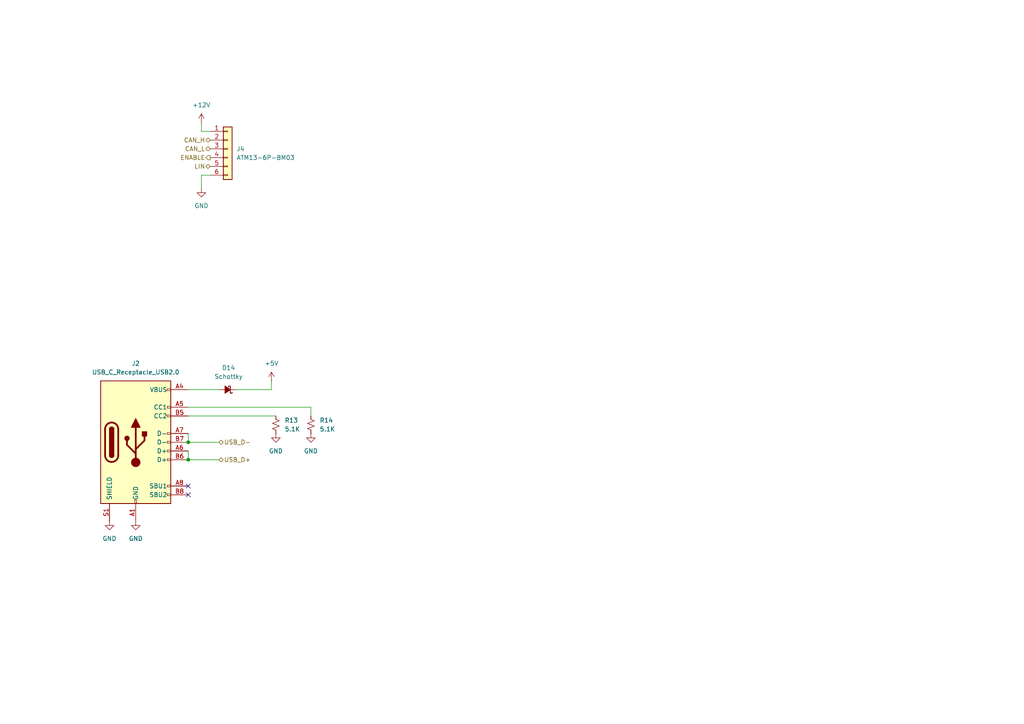
<source format=kicad_sch>
(kicad_sch (version 20250114) (generator "eeschema") (generator_version "9.0")
  (paper "A4")
  (title_block (title "LINBoard") (date "2025-07-11") (rev "V1") (company "Dingo Electronics") (comment 1 "Cory Grant"))
  (lib_symbols
    (symbol "Connector_Generic:Conn_01x06" (pin_names (offset 1.016) (hide yes))
      (property "Reference" "J" (at 0 7.62 0))
      (property "Value" "Conn_01x06" (at 0 -10.16 0))
      (symbol "Conn_01x06_1_1"
        (rectangle (start -1.27 6.35) (end 1.27 -8.89) (stroke (width 0.254)) (fill (type background)))
        (rectangle (start -1.27 5.207) (end 0 4.953) (stroke (width 0.1524)))
        (rectangle (start -1.27 2.667) (end 0 2.413) (stroke (width 0.1524)))
        (rectangle (start -1.27 0.127) (end 0 -0.127) (stroke (width 0.1524)))
        (rectangle (start -1.27 -2.413) (end 0 -2.667) (stroke (width 0.1524)))
        (rectangle (start -1.27 -4.953) (end 0 -5.207) (stroke (width 0.1524)))
        (rectangle (start -1.27 -7.493) (end 0 -7.747) (stroke (width 0.1524)))
        (pin passive line (at -5.08 5.08 0) (length 3.81) (name "Pin_1") (number "1"))
        (pin passive line (at -5.08 2.54 0) (length 3.81) (name "Pin_2") (number "2"))
        (pin passive line (at -5.08 0 0) (length 3.81) (name "Pin_3") (number "3"))
        (pin passive line (at -5.08 -2.54 0) (length 3.81) (name "Pin_4") (number "4"))
        (pin passive line (at -5.08 -5.08 0) (length 3.81) (name "Pin_5") (number "5"))
        (pin passive line (at -5.08 -7.62 0) (length 3.81) (name "Pin_6") (number "6"))
      )
    )
    (symbol "Connectors:USB_C_Receptacle_USB2.0" (pin_names (offset 1.016))
      (property "Reference" "J5" (at 0 21.9243 0))
      (property "Value" "USB_C_Receptacle_USB2.0" (at 0 19.5001 0))
      (symbol "USB_C_Receptacle_USB2.0_0_0"
        (rectangle (start -0.254 -17.78) (end 0.254 -16.764))
        (rectangle (start 10.16 15.494) (end 9.144 14.986))
        (rectangle (start 10.16 10.414) (end 9.144 9.906))
        (rectangle (start 10.16 7.874) (end 9.144 7.366))
        (rectangle (start 10.16 2.794) (end 9.144 2.286))
        (rectangle (start 10.16 0.254) (end 9.144 -0.254))
        (rectangle (start 10.16 -2.286) (end 9.144 -2.794))
        (rectangle (start 10.16 -4.826) (end 9.144 -5.334))
        (rectangle (start 10.16 -12.446) (end 9.144 -12.954))
        (rectangle (start 10.16 -14.986) (end 9.144 -15.494))
      )
      (symbol "USB_C_Receptacle_USB2.0_0_1"
        (rectangle (start -10.16 17.78) (end 10.16 -17.78) (stroke (width 0.254)) (fill (type background)))
        (polyline (pts (xy -8.89 -3.81) (xy -8.89 3.81)) (stroke (width 0.508)))
        (rectangle (start -7.62 -3.81) (end -6.35 3.81) (stroke (width 0.254)) (fill (type outline)))
        (arc (start -7.62 3.81) (mid -6.985 4.4423) (end -6.35 3.81) (stroke (width 0.254)))
        (arc (start -7.62 3.81) (mid -6.985 4.4423) (end -6.35 3.81) (stroke (width 0.254)) (fill (type outline)))
        (arc (start -8.89 3.81) (mid -6.985 5.7067) (end -5.08 3.81) (stroke (width 0.508)))
        (arc (start -5.08 -3.81) (mid -6.985 -5.7067) (end -8.89 -3.81) (stroke (width 0.508)))
        (arc (start -6.35 -3.81) (mid -6.985 -4.4423) (end -7.62 -3.81) (stroke (width 0.254)))
        (arc (start -6.35 -3.81) (mid -6.985 -4.4423) (end -7.62 -3.81) (stroke (width 0.254)) (fill (type outline)))
        (polyline (pts (xy -5.08 3.81) (xy -5.08 -3.81)) (stroke (width 0.508)))
        (circle (center -2.54 1.143) (radius 0.635) (stroke (width 0.254)) (fill (type outline)))
        (polyline (pts (xy -1.27 4.318) (xy 0 6.858) (xy 1.27 4.318) (xy -1.27 4.318)) (stroke (width 0.254)) (fill (type outline)))
        (polyline (pts (xy 0 -2.032) (xy 2.54 0.508) (xy 2.54 1.778)) (stroke (width 0.508)))
        (polyline (pts (xy 0 -3.302) (xy -2.54 -0.762) (xy -2.54 0.508)) (stroke (width 0.508)))
        (polyline (pts (xy 0 -5.842) (xy 0 4.318)) (stroke (width 0.508)))
        (circle (center 0 -5.842) (radius 1.27) (fill (type outline)))
        (rectangle (start 1.905 1.778) (end 3.175 3.048) (stroke (width 0.254)) (fill (type outline)))
      )
      (symbol "USB_C_Receptacle_USB2.0_1_1"
        (pin passive line (at -7.62 -22.86 90) (length 5.08) (name "SHIELD") (number "S1"))
        (pin passive line (at 0 -22.86 90) (length 5.08) (name "GND") (number "A1"))
        (pin passive line (at 0 -22.86 90) (length 5.08) (hide yes) (name "GND") (number "A12"))
        (pin passive line (at 0 -22.86 90) (length 5.08) (hide yes) (name "GND") (number "B1"))
        (pin passive line (at 0 -22.86 90) (length 5.08) (hide yes) (name "GND") (number "B12"))
        (pin passive line (at 15.24 15.24 180) (length 5.08) (name "VBUS") (number "A4"))
        (pin passive line (at 15.24 15.24 180) (length 5.08) (hide yes) (name "VBUS") (number "A9"))
        (pin passive line (at 15.24 15.24 180) (length 5.08) (hide yes) (name "VBUS") (number "B4"))
        (pin passive line (at 15.24 15.24 180) (length 5.08) (hide yes) (name "VBUS") (number "B9"))
        (pin bidirectional line (at 15.24 10.16 180) (length 5.08) (name "CC1") (number "A5"))
        (pin bidirectional line (at 15.24 7.62 180) (length 5.08) (name "CC2") (number "B5"))
        (pin bidirectional line (at 15.24 2.54 180) (length 5.08) (name "D-") (number "A7"))
        (pin bidirectional line (at 15.24 0 180) (length 5.08) (name "D-") (number "B7"))
        (pin bidirectional line (at 15.24 -2.54 180) (length 5.08) (name "D+") (number "A6"))
        (pin bidirectional line (at 15.24 -5.08 180) (length 5.08) (name "D+") (number "B6"))
        (pin bidirectional line (at 15.24 -12.7 180) (length 5.08) (name "SBU1") (number "A8"))
        (pin bidirectional line (at 15.24 -15.24 180) (length 5.08) (name "SBU2") (number "B8"))
      )
    )
    (symbol "Device:D_Schottky_Small_Filled" (pin_numbers (hide yes)) (pin_names (offset 0.254) (hide yes))
      (property "Reference" "D" (at -1.27 2.032 0))
      (property "Value" "D_Schottky_Small_Filled" (at -7.112 -2.032 0))
      (symbol "D_Schottky_Small_Filled_0_1"
        (polyline (pts (xy -1.27 0.762) (xy -1.27 1.016) (xy -0.762 1.016) (xy -0.762 -1.016) (xy -0.254 -1.016) (xy -0.254 -0.762)) (stroke (width 0.254)))
        (polyline (pts (xy -0.762 0) (xy 0.762 0)))
        (polyline (pts (xy 0.762 -1.016) (xy -0.762 0) (xy 0.762 1.016) (xy 0.762 -1.016)) (stroke (width 0.254)) (fill (type outline)))
      )
      (symbol "D_Schottky_Small_Filled_1_1"
        (pin passive line (at -2.54 0 0) (length 1.778) (name "K") (number "1"))
        (pin passive line (at 2.54 0 180) (length 1.778) (name "A") (number "2"))
      )
    )
    (symbol "Device:R_Small_US" (pin_numbers (hide yes)) (pin_names (offset 0.254) (hide yes))
      (property "Reference" "R" (at 0.762 0.508 0))
      (property "Value" "R_Small_US" (at 0.762 -1.016 0))
      (symbol "R_Small_US_1_1"
        (polyline (pts (xy 0 1.524) (xy 1.016 1.143) (xy 0 0.762) (xy -1.016 0.381) (xy 0 0)))
        (polyline (pts (xy 0 0) (xy 1.016 -0.381) (xy 0 -0.762) (xy -1.016 -1.143) (xy 0 -1.524)))
        (pin passive line (at 0 2.54 270) (length 1.016) (name "~") (number "1"))
        (pin passive line (at 0 -2.54 90) (length 1.016) (name "~") (number "2"))
      )
    )
    (symbol "power:+12V" (power) (pin_numbers (hide yes)) (pin_names (offset 0) (hide yes))
      (property "Value" "+12V" (at 0 3.556 0))
      (symbol "+12V_0_1"
        (polyline (pts (xy -0.762 1.27) (xy 0 2.54)))
        (polyline (pts (xy 0 2.54) (xy 0.762 1.27)))
        (polyline (pts (xy 0 0) (xy 0 2.54)))
      )
      (symbol "+12V_1_1"
        (pin power_in line (at 0 0 90) (length 0) (name "~") (number "1"))
      )
    )
    (symbol "power:+5V" (power) (pin_numbers (hide yes)) (pin_names (offset 0) (hide yes))
      (property "Value" "+5V" (at 0 3.556 0))
      (symbol "+5V_0_1"
        (polyline (pts (xy -0.762 1.27) (xy 0 2.54)))
        (polyline (pts (xy 0 2.54) (xy 0.762 1.27)))
        (polyline (pts (xy 0 0) (xy 0 2.54)))
      )
      (symbol "+5V_1_1"
        (pin power_in line (at 0 0 90) (length 0) (name "~") (number "1"))
      )
    )
    (symbol "power:GND" (power) (pin_numbers (hide yes)) (pin_names (offset 0) (hide yes))
      (property "Value" "GND" (at 0 -3.81 0))
      (symbol "GND_0_1"
        (polyline (pts (xy 0 0) (xy 0 -1.27) (xy 1.27 -1.27) (xy 0 -2.54) (xy -1.27 -1.27) (xy 0 -1.27)))
      )
      (symbol "GND_1_1"
        (pin power_in line (at 0 0 270) (length 0) (name "~") (number "1"))
      )
    )
  )
  (junction (at 54.61 128.27))
  (junction (at 54.61 133.35))
  (no_connect (at 54.61 143.51))
  (no_connect (at 54.61 140.97))
  (wire (pts (xy 90.17 118.11) (xy 90.17 120.65)))
  (wire (pts (xy 54.61 130.81) (xy 54.61 133.35)))
  (wire (pts (xy 58.42 50.8) (xy 58.42 54.61)))
  (wire (pts (xy 54.61 120.65) (xy 80.01 120.65)))
  (wire (pts (xy 60.96 38.1) (xy 58.42 38.1)))
  (wire (pts (xy 54.61 118.11) (xy 90.17 118.11)))
  (wire (pts (xy 54.61 125.73) (xy 54.61 128.27)))
  (wire (pts (xy 60.96 50.8) (xy 58.42 50.8)))
  (wire (pts (xy 54.61 113.03) (xy 63.5 113.03)))
  (wire (pts (xy 54.61 133.35) (xy 63.5 133.35)))
  (wire (pts (xy 68.58 113.03) (xy 78.74 113.03)))
  (wire (pts (xy 54.61 128.27) (xy 63.5 128.27)))
  (wire (pts (xy 78.74 113.03) (xy 78.74 110.49)))
  (wire (pts (xy 58.42 38.1) (xy 58.42 35.56)))
  (hierarchical_label "CAN_L" (shape bidirectional) (at 60.96 43.18 180))
  (hierarchical_label "USB_D+" (shape bidirectional) (at 63.5 133.35 0))
  (hierarchical_label "CAN_H" (shape bidirectional) (at 60.96 40.64 180))
  (hierarchical_label "ENABLE" (shape output) (at 60.96 45.72 180))
  (hierarchical_label "USB_D-" (shape bidirectional) (at 63.5 128.27 0))
  (hierarchical_label "LIN" (shape bidirectional) (at 60.96 48.26 180))
  (symbol (lib_id "power:GND") (at 90.17 125.73 0) (unit 1)
    (property "Reference" "#PWR050" (effects (hide yes)))
    (property "Value" "GND" (at 90.17 130.81 0))
    (property "Description" "Power symbol creates a global label with name \"GND\" , ground" (effects (hide yes)))
  )
  (symbol (lib_id "Connectors:USB_C_Receptacle_USB2.0") (at 39.37 128.27 0) (unit 1)
    (property "Reference" "J2" (at 39.37 105.41 0))
    (property "Value" "USB_C_Receptacle_USB2.0" (at 39.37 107.95 0))
    (property "Footprint" "Connector_USB:USB_C_Receptacle_GCT_USB4085" (effects (hide yes)))
    (property "Digi-Key_PN" "2073-USB4085-GF-ACT-ND" (effects (hide yes)))
  )
  (symbol (lib_id "Device:D_Schottky_Small_Filled") (at 66.04 113.03 180) (unit 1)
    (property "Reference" "D14" (at 66.294 106.68 0))
    (property "Value" "Schottky" (at 66.294 109.22 0))
    (property "Description" "Schottky diode, small symbol, filled shape" (effects (hide yes)))
  )
  (symbol (lib_id "power:+12V") (at 58.42 35.56 0) (unit 1)
    (property "Reference" "#PWR018" (effects (hide yes)))
    (property "Value" "+12V" (at 58.42 30.48 0))
    (property "Description" "Power symbol creates a global label with name \"+12V\"" (effects (hide yes)))
  )
  (symbol (lib_id "power:GND") (at 58.42 54.61 0) (unit 1)
    (property "Reference" "#PWR019" (effects (hide yes)))
    (property "Value" "GND" (at 58.42 59.69 0))
    (property "Description" "Power symbol creates a global label with name \"GND\" , ground" (effects (hide yes)))
  )
  (symbol (lib_id "Connector_Generic:Conn_01x06") (at 66.04 43.18 0) (unit 1)
    (property "Reference" "J4" (at 68.58 43.1799 0) (effects (justify left)))
    (property "Value" "ATM13-6P-BM03" (at 68.58 45.7199 0) (effects (justify left)))
    (property "Description" "Generic connector, single row, 01x06, script generated (kicad-library-utils/schlib/autogen/connector/)" (effects (hide yes)))
  )
  (symbol (lib_id "Device:R_Small_US") (at 80.01 123.19 0) (unit 1)
    (property "Reference" "R13" (at 82.55 121.9199 0) (effects (justify left)))
    (property "Value" "5.1K" (at 82.55 124.4599 0) (effects (justify left)))
    (property "Footprint" "Resistor_SMD:R_0603_1608Metric" (effects (hide yes)))
    (property "Description" "Resistor, small US symbol" (effects (hide yes)))
  )
  (symbol (lib_id "power:GND") (at 31.75 151.13 0) (unit 1)
    (property "Reference" "#PWR048" (effects (hide yes)))
    (property "Value" "GND" (at 31.75 156.21 0))
    (property "Description" "Power symbol creates a global label with name \"GND\" , ground" (effects (hide yes)))
  )
  (symbol (lib_id "Device:R_Small_US") (at 90.17 123.19 0) (unit 1)
    (property "Reference" "R14" (at 92.71 121.9199 0) (effects (justify left)))
    (property "Value" "5.1K" (at 92.71 124.4599 0) (effects (justify left)))
    (property "Footprint" "Resistor_SMD:R_0603_1608Metric" (effects (hide yes)))
    (property "Description" "Resistor, small US symbol" (effects (hide yes)))
  )
  (symbol (lib_id "power:GND") (at 39.37 151.13 0) (unit 1)
    (property "Reference" "#PWR047" (effects (hide yes)))
    (property "Value" "GND" (at 39.37 156.21 0))
    (property "Description" "Power symbol creates a global label with name \"GND\" , ground" (effects (hide yes)))
  )
  (symbol (lib_id "power:+5V") (at 78.74 110.49 0) (unit 1)
    (property "Reference" "#PWR051" (effects (hide yes)))
    (property "Value" "+5V" (at 78.74 105.41 0))
    (property "Description" "Power symbol creates a global label with name \"+5V\"" (effects (hide yes)))
  )
  (symbol (lib_id "power:GND") (at 80.01 125.73 0) (unit 1)
    (property "Reference" "#PWR049" (effects (hide yes)))
    (property "Value" "GND" (at 80.01 130.81 0))
    (property "Description" "Power symbol creates a global label with name \"GND\" , ground" (effects (hide yes)))
  )
)
</source>
